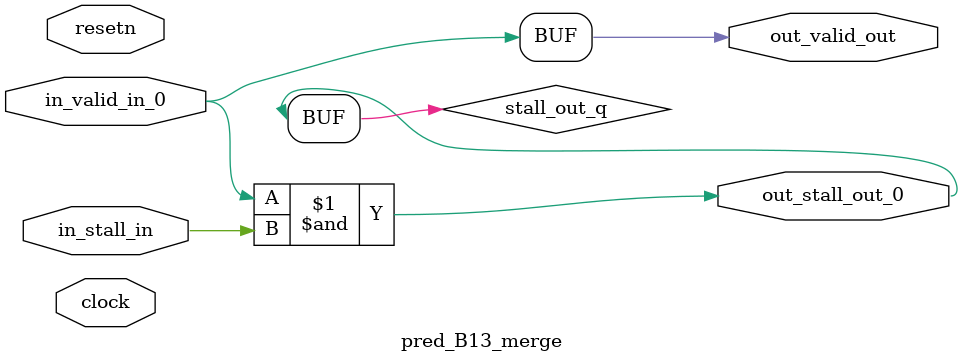
<source format=sv>



(* altera_attribute = "-name AUTO_SHIFT_REGISTER_RECOGNITION OFF; -name MESSAGE_DISABLE 10036; -name MESSAGE_DISABLE 10037; -name MESSAGE_DISABLE 14130; -name MESSAGE_DISABLE 14320; -name MESSAGE_DISABLE 15400; -name MESSAGE_DISABLE 14130; -name MESSAGE_DISABLE 10036; -name MESSAGE_DISABLE 12020; -name MESSAGE_DISABLE 12030; -name MESSAGE_DISABLE 12010; -name MESSAGE_DISABLE 12110; -name MESSAGE_DISABLE 14320; -name MESSAGE_DISABLE 13410; -name MESSAGE_DISABLE 113007; -name MESSAGE_DISABLE 10958" *)
module pred_B13_merge (
    input wire [0:0] in_stall_in,
    input wire [0:0] in_valid_in_0,
    output wire [0:0] out_stall_out_0,
    output wire [0:0] out_valid_out,
    input wire clock,
    input wire resetn
    );

    wire [0:0] stall_out_q;


    // stall_out(LOGICAL,6)
    assign stall_out_q = in_valid_in_0 & in_stall_in;

    // out_stall_out_0(GPOUT,4)
    assign out_stall_out_0 = stall_out_q;

    // out_valid_out(GPOUT,5)
    assign out_valid_out = in_valid_in_0;

endmodule

</source>
